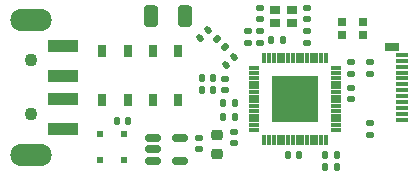
<source format=gbr>
%TF.GenerationSoftware,KiCad,Pcbnew,(6.0.7)*%
%TF.CreationDate,2023-03-11T05:38:16-08:00*%
%TF.ProjectId,ESP_SoC,4553505f-536f-4432-9e6b-696361645f70,rev?*%
%TF.SameCoordinates,Original*%
%TF.FileFunction,Soldermask,Top*%
%TF.FilePolarity,Negative*%
%FSLAX46Y46*%
G04 Gerber Fmt 4.6, Leading zero omitted, Abs format (unit mm)*
G04 Created by KiCad (PCBNEW (6.0.7)) date 2023-03-11 05:38:16*
%MOMM*%
%LPD*%
G01*
G04 APERTURE LIST*
G04 Aperture macros list*
%AMRoundRect*
0 Rectangle with rounded corners*
0 $1 Rounding radius*
0 $2 $3 $4 $5 $6 $7 $8 $9 X,Y pos of 4 corners*
0 Add a 4 corners polygon primitive as box body*
4,1,4,$2,$3,$4,$5,$6,$7,$8,$9,$2,$3,0*
0 Add four circle primitives for the rounded corners*
1,1,$1+$1,$2,$3*
1,1,$1+$1,$4,$5*
1,1,$1+$1,$6,$7*
1,1,$1+$1,$8,$9*
0 Add four rect primitives between the rounded corners*
20,1,$1+$1,$2,$3,$4,$5,0*
20,1,$1+$1,$4,$5,$6,$7,0*
20,1,$1+$1,$6,$7,$8,$9,0*
20,1,$1+$1,$8,$9,$2,$3,0*%
G04 Aperture macros list end*
%ADD10RoundRect,0.135000X-0.135000X-0.185000X0.135000X-0.185000X0.135000X0.185000X-0.135000X0.185000X0*%
%ADD11C,1.100000*%
%ADD12R,2.500000X1.100000*%
%ADD13O,3.500000X1.900000*%
%ADD14RoundRect,0.140000X0.170000X-0.140000X0.170000X0.140000X-0.170000X0.140000X-0.170000X-0.140000X0*%
%ADD15RoundRect,0.147500X-0.172500X0.147500X-0.172500X-0.147500X0.172500X-0.147500X0.172500X0.147500X0*%
%ADD16RoundRect,0.140000X-0.170000X0.140000X-0.170000X-0.140000X0.170000X-0.140000X0.170000X0.140000X0*%
%ADD17R,0.700000X0.700000*%
%ADD18RoundRect,0.140000X-0.021213X0.219203X-0.219203X0.021213X0.021213X-0.219203X0.219203X-0.021213X0*%
%ADD19RoundRect,0.147500X-0.226274X-0.017678X-0.017678X-0.226274X0.226274X0.017678X0.017678X0.226274X0*%
%ADD20RoundRect,0.276000X-0.324000X-0.634000X0.324000X-0.634000X0.324000X0.634000X-0.324000X0.634000X0*%
%ADD21RoundRect,0.135000X0.185000X-0.135000X0.185000X0.135000X-0.185000X0.135000X-0.185000X-0.135000X0*%
%ADD22RoundRect,0.225000X-0.250000X0.225000X-0.250000X-0.225000X0.250000X-0.225000X0.250000X0.225000X0*%
%ADD23RoundRect,0.140000X0.140000X0.170000X-0.140000X0.170000X-0.140000X-0.170000X0.140000X-0.170000X0*%
%ADD24R,0.650000X1.050000*%
%ADD25R,0.500000X0.500000*%
%ADD26RoundRect,0.140000X-0.140000X-0.170000X0.140000X-0.170000X0.140000X0.170000X-0.140000X0.170000X0*%
%ADD27R,1.000000X0.380000*%
%ADD28R,1.150000X0.700000*%
%ADD29RoundRect,0.150000X-0.512500X-0.150000X0.512500X-0.150000X0.512500X0.150000X-0.512500X0.150000X0*%
%ADD30RoundRect,0.135000X-0.185000X0.135000X-0.185000X-0.135000X0.185000X-0.135000X0.185000X0.135000X0*%
%ADD31RoundRect,0.006600X-0.398400X-0.103400X0.398400X-0.103400X0.398400X0.103400X-0.398400X0.103400X0*%
%ADD32RoundRect,0.022000X-0.088000X-0.383000X0.088000X-0.383000X0.088000X0.383000X-0.088000X0.383000X0*%
%ADD33R,4.000000X4.000000*%
%ADD34R,0.900000X0.800000*%
G04 APERTURE END LIST*
D10*
%TO.C,R2*%
X117890000Y-101300000D03*
X118910000Y-101300000D03*
%TD*%
D11*
%TO.C,J1*%
X101600000Y-96450000D03*
X101600000Y-101050000D03*
D12*
X104350000Y-102250000D03*
X104350000Y-99750000D03*
X104350000Y-97750000D03*
X104350000Y-95250000D03*
D13*
X101600000Y-104450000D03*
X101600000Y-93050000D03*
%TD*%
D14*
%TO.C,C2*%
X120000000Y-94980000D03*
X120000000Y-94020000D03*
%TD*%
D10*
%TO.C,R4*%
X126490000Y-104500000D03*
X127510000Y-104500000D03*
%TD*%
D15*
%TO.C,L2*%
X118100000Y-98015000D03*
X118100000Y-98985000D03*
%TD*%
D16*
%TO.C,C7*%
X118850000Y-102520000D03*
X118850000Y-103480000D03*
%TD*%
D10*
%TO.C,R3*%
X126490000Y-105500000D03*
X127510000Y-105500000D03*
%TD*%
D14*
%TO.C,C9*%
X125000000Y-94980000D03*
X125000000Y-94020000D03*
%TD*%
D16*
%TO.C,C13*%
X115850000Y-103020000D03*
X115850000Y-103980000D03*
%TD*%
D17*
%TO.C,U3*%
X127950000Y-93250000D03*
X127950000Y-94350000D03*
X129780000Y-94350000D03*
X129780000Y-93250000D03*
%TD*%
D18*
%TO.C,C3*%
X116589411Y-93910589D03*
X115910589Y-94589411D03*
%TD*%
D16*
%TO.C,C15*%
X125000000Y-92020000D03*
X125000000Y-92980000D03*
%TD*%
D19*
%TO.C,L1*%
X117407053Y-94657053D03*
X118092947Y-95342947D03*
%TD*%
D20*
%TO.C,AE1*%
X114710000Y-92750000D03*
X111790000Y-92750000D03*
%TD*%
D21*
%TO.C,R5*%
X130300000Y-97610000D03*
X130300000Y-96590000D03*
%TD*%
D22*
%TO.C,C8*%
X117350000Y-102825000D03*
X117350000Y-104375000D03*
%TD*%
D23*
%TO.C,C6*%
X117080000Y-99000000D03*
X116120000Y-99000000D03*
%TD*%
D14*
%TO.C,C16*%
X128750000Y-99730000D03*
X128750000Y-98770000D03*
%TD*%
D24*
%TO.C,SW2*%
X107675000Y-99825000D03*
X107675000Y-95675000D03*
X109825000Y-95675000D03*
X109825000Y-99825000D03*
%TD*%
D25*
%TO.C,D2*%
X109500000Y-104900000D03*
X109500000Y-102700000D03*
%TD*%
D21*
%TO.C,R7*%
X128750000Y-97610000D03*
X128750000Y-96590000D03*
%TD*%
D24*
%TO.C,SW1*%
X111925000Y-95675000D03*
X111925000Y-99825000D03*
X114075000Y-95675000D03*
X114075000Y-99825000D03*
%TD*%
D25*
%TO.C,D1*%
X107500000Y-104900000D03*
X107500000Y-102700000D03*
%TD*%
D26*
%TO.C,C10*%
X123395000Y-104500000D03*
X124355000Y-104500000D03*
%TD*%
D23*
%TO.C,C5*%
X117080000Y-98000000D03*
X116120000Y-98000000D03*
%TD*%
D27*
%TO.C,P1*%
X133010000Y-96000000D03*
X133010000Y-96500000D03*
X133010000Y-97000000D03*
X133010000Y-97500000D03*
X133010000Y-98000000D03*
X133010000Y-98500000D03*
X133010000Y-99000000D03*
X133010000Y-99500000D03*
X133010000Y-100000000D03*
X133010000Y-100500000D03*
X133010000Y-101000000D03*
X133010000Y-101500000D03*
D28*
X132170000Y-95330000D03*
%TD*%
D29*
%TO.C,U1*%
X111962500Y-103050000D03*
X111962500Y-104000000D03*
X111962500Y-104950000D03*
X114237500Y-104950000D03*
X114237500Y-103050000D03*
%TD*%
D23*
%TO.C,C11*%
X118880000Y-100100000D03*
X117920000Y-100100000D03*
%TD*%
D14*
%TO.C,C14*%
X121000000Y-92960000D03*
X121000000Y-92000000D03*
%TD*%
%TO.C,C1*%
X121000000Y-94980000D03*
X121000000Y-94020000D03*
%TD*%
D30*
%TO.C,R6*%
X130300000Y-101790000D03*
X130300000Y-102810000D03*
%TD*%
D10*
%TO.C,R1*%
X121990000Y-94750000D03*
X123010000Y-94750000D03*
%TD*%
D18*
%TO.C,C4*%
X118839411Y-96160589D03*
X118160589Y-96839411D03*
%TD*%
D31*
%TO.C,U2*%
X120555000Y-97150000D03*
X120555000Y-97550000D03*
X120555000Y-97950000D03*
X120555000Y-98350000D03*
X120555000Y-98750000D03*
X120555000Y-99150000D03*
X120555000Y-99550000D03*
X120555000Y-99950000D03*
X120555000Y-100350000D03*
X120555000Y-100750000D03*
X120555000Y-101150000D03*
X120555000Y-101550000D03*
X120555000Y-101950000D03*
X120555000Y-102350000D03*
D32*
X121400000Y-103195000D03*
X121800000Y-103195000D03*
X122200000Y-103195000D03*
X122600000Y-103195000D03*
X123000000Y-103195000D03*
X123400000Y-103195000D03*
X123800000Y-103195000D03*
X124200000Y-103195000D03*
X124600000Y-103195000D03*
X125000000Y-103195000D03*
X125400000Y-103195000D03*
X125800000Y-103195000D03*
X126200000Y-103195000D03*
X126600000Y-103195000D03*
D31*
X127445000Y-102350000D03*
X127445000Y-101950000D03*
X127445000Y-101550000D03*
X127445000Y-101150000D03*
X127445000Y-100750000D03*
X127445000Y-100350000D03*
X127445000Y-99950000D03*
X127445000Y-99550000D03*
X127445000Y-99150000D03*
X127445000Y-98750000D03*
X127445000Y-98350000D03*
X127445000Y-97950000D03*
X127445000Y-97550000D03*
X127445000Y-97150000D03*
D32*
X126600000Y-96305000D03*
X126200000Y-96305000D03*
X125800000Y-96305000D03*
X125400000Y-96305000D03*
X125000000Y-96305000D03*
X124600000Y-96305000D03*
X124200000Y-96305000D03*
X123800000Y-96305000D03*
X123400000Y-96305000D03*
X123000000Y-96305000D03*
X122600000Y-96305000D03*
X122200000Y-96305000D03*
X121800000Y-96305000D03*
X121400000Y-96305000D03*
D33*
X124000000Y-99750000D03*
%TD*%
D34*
%TO.C,Y1*%
X122300000Y-93300000D03*
X123700000Y-93300000D03*
X123700000Y-92200000D03*
X122300000Y-92200000D03*
%TD*%
D23*
%TO.C,C12*%
X109880000Y-101600000D03*
X108920000Y-101600000D03*
%TD*%
M02*

</source>
